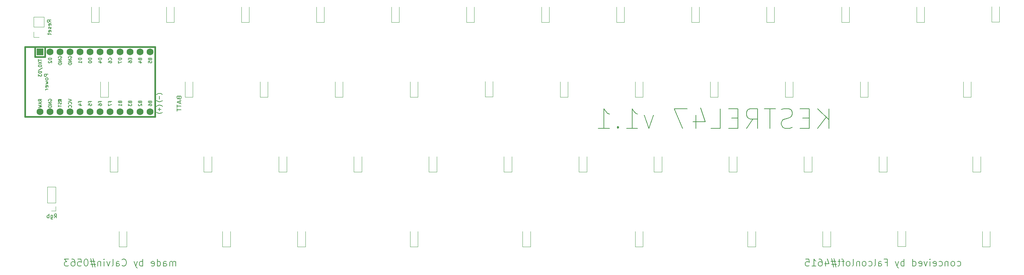
<source format=gbr>
%TF.GenerationSoftware,KiCad,Pcbnew,(6.0.7)*%
%TF.CreationDate,2022-12-27T00:19:56+01:00*%
%TF.ProjectId,Kestrel47,4b657374-7265-46c3-9437-2e6b69636164,rev?*%
%TF.SameCoordinates,Original*%
%TF.FileFunction,Legend,Bot*%
%TF.FilePolarity,Positive*%
%FSLAX46Y46*%
G04 Gerber Fmt 4.6, Leading zero omitted, Abs format (unit mm)*
G04 Created by KiCad (PCBNEW (6.0.7)) date 2022-12-27 00:19:56*
%MOMM*%
%LPD*%
G01*
G04 APERTURE LIST*
%ADD10C,0.150000*%
%ADD11C,0.120000*%
%ADD12C,0.381000*%
%ADD13R,1.752600X1.752600*%
%ADD14C,1.752600*%
G04 APERTURE END LIST*
D10*
X53770833Y-91279166D02*
X53770833Y-90112500D01*
X53770833Y-90279166D02*
X53687500Y-90195833D01*
X53520833Y-90112500D01*
X53270833Y-90112500D01*
X53104166Y-90195833D01*
X53020833Y-90362500D01*
X53020833Y-91279166D01*
X53020833Y-90362500D02*
X52937500Y-90195833D01*
X52770833Y-90112500D01*
X52520833Y-90112500D01*
X52354166Y-90195833D01*
X52270833Y-90362500D01*
X52270833Y-91279166D01*
X50687500Y-91279166D02*
X50687500Y-90362500D01*
X50770833Y-90195833D01*
X50937500Y-90112500D01*
X51270833Y-90112500D01*
X51437500Y-90195833D01*
X50687500Y-91195833D02*
X50854166Y-91279166D01*
X51270833Y-91279166D01*
X51437500Y-91195833D01*
X51520833Y-91029166D01*
X51520833Y-90862500D01*
X51437500Y-90695833D01*
X51270833Y-90612500D01*
X50854166Y-90612500D01*
X50687500Y-90529166D01*
X49104166Y-91279166D02*
X49104166Y-89529166D01*
X49104166Y-91195833D02*
X49270833Y-91279166D01*
X49604166Y-91279166D01*
X49770833Y-91195833D01*
X49854166Y-91112500D01*
X49937500Y-90945833D01*
X49937500Y-90445833D01*
X49854166Y-90279166D01*
X49770833Y-90195833D01*
X49604166Y-90112500D01*
X49270833Y-90112500D01*
X49104166Y-90195833D01*
X47604166Y-91195833D02*
X47770833Y-91279166D01*
X48104166Y-91279166D01*
X48270833Y-91195833D01*
X48354166Y-91029166D01*
X48354166Y-90362500D01*
X48270833Y-90195833D01*
X48104166Y-90112500D01*
X47770833Y-90112500D01*
X47604166Y-90195833D01*
X47520833Y-90362500D01*
X47520833Y-90529166D01*
X48354166Y-90695833D01*
X45437500Y-91279166D02*
X45437500Y-89529166D01*
X45437500Y-90195833D02*
X45270833Y-90112500D01*
X44937500Y-90112500D01*
X44770833Y-90195833D01*
X44687500Y-90279166D01*
X44604166Y-90445833D01*
X44604166Y-90945833D01*
X44687500Y-91112500D01*
X44770833Y-91195833D01*
X44937500Y-91279166D01*
X45270833Y-91279166D01*
X45437500Y-91195833D01*
X44020833Y-90112500D02*
X43604166Y-91279166D01*
X43187500Y-90112500D02*
X43604166Y-91279166D01*
X43770833Y-91695833D01*
X43854166Y-91779166D01*
X44020833Y-91862500D01*
X40187500Y-91112500D02*
X40270833Y-91195833D01*
X40520833Y-91279166D01*
X40687500Y-91279166D01*
X40937500Y-91195833D01*
X41104166Y-91029166D01*
X41187500Y-90862500D01*
X41270833Y-90529166D01*
X41270833Y-90279166D01*
X41187500Y-89945833D01*
X41104166Y-89779166D01*
X40937500Y-89612500D01*
X40687500Y-89529166D01*
X40520833Y-89529166D01*
X40270833Y-89612500D01*
X40187500Y-89695833D01*
X38687500Y-91279166D02*
X38687500Y-90362500D01*
X38770833Y-90195833D01*
X38937500Y-90112500D01*
X39270833Y-90112500D01*
X39437500Y-90195833D01*
X38687500Y-91195833D02*
X38854166Y-91279166D01*
X39270833Y-91279166D01*
X39437500Y-91195833D01*
X39520833Y-91029166D01*
X39520833Y-90862500D01*
X39437500Y-90695833D01*
X39270833Y-90612500D01*
X38854166Y-90612500D01*
X38687500Y-90529166D01*
X37604166Y-91279166D02*
X37770833Y-91195833D01*
X37854166Y-91029166D01*
X37854166Y-89529166D01*
X37104166Y-90112500D02*
X36687500Y-91279166D01*
X36270833Y-90112500D01*
X35604166Y-91279166D02*
X35604166Y-90112500D01*
X35604166Y-89529166D02*
X35687500Y-89612500D01*
X35604166Y-89695833D01*
X35520833Y-89612500D01*
X35604166Y-89529166D01*
X35604166Y-89695833D01*
X34770833Y-90112500D02*
X34770833Y-91279166D01*
X34770833Y-90279166D02*
X34687500Y-90195833D01*
X34520833Y-90112500D01*
X34270833Y-90112500D01*
X34104166Y-90195833D01*
X34020833Y-90362500D01*
X34020833Y-91279166D01*
X33270833Y-90112500D02*
X32020833Y-90112500D01*
X32770833Y-89362500D02*
X33270833Y-91612500D01*
X32187500Y-90862500D02*
X33437500Y-90862500D01*
X32687500Y-91612500D02*
X32187500Y-89362500D01*
X31104166Y-89529166D02*
X30937500Y-89529166D01*
X30770833Y-89612500D01*
X30687500Y-89695833D01*
X30604166Y-89862500D01*
X30520833Y-90195833D01*
X30520833Y-90612500D01*
X30604166Y-90945833D01*
X30687500Y-91112500D01*
X30770833Y-91195833D01*
X30937500Y-91279166D01*
X31104166Y-91279166D01*
X31270833Y-91195833D01*
X31354166Y-91112500D01*
X31437500Y-90945833D01*
X31520833Y-90612500D01*
X31520833Y-90195833D01*
X31437500Y-89862500D01*
X31354166Y-89695833D01*
X31270833Y-89612500D01*
X31104166Y-89529166D01*
X28937500Y-89529166D02*
X29770833Y-89529166D01*
X29854166Y-90362500D01*
X29770833Y-90279166D01*
X29604166Y-90195833D01*
X29187500Y-90195833D01*
X29020833Y-90279166D01*
X28937500Y-90362500D01*
X28854166Y-90529166D01*
X28854166Y-90945833D01*
X28937500Y-91112500D01*
X29020833Y-91195833D01*
X29187500Y-91279166D01*
X29604166Y-91279166D01*
X29770833Y-91195833D01*
X29854166Y-91112500D01*
X27354166Y-89529166D02*
X27687500Y-89529166D01*
X27854166Y-89612500D01*
X27937500Y-89695833D01*
X28104166Y-89945833D01*
X28187500Y-90279166D01*
X28187500Y-90945833D01*
X28104166Y-91112500D01*
X28020833Y-91195833D01*
X27854166Y-91279166D01*
X27520833Y-91279166D01*
X27354166Y-91195833D01*
X27270833Y-91112500D01*
X27187500Y-90945833D01*
X27187500Y-90529166D01*
X27270833Y-90362500D01*
X27354166Y-90279166D01*
X27520833Y-90195833D01*
X27854166Y-90195833D01*
X28020833Y-90279166D01*
X28104166Y-90362500D01*
X28187500Y-90529166D01*
X26604166Y-89529166D02*
X25520833Y-89529166D01*
X26104166Y-90195833D01*
X25854166Y-90195833D01*
X25687500Y-90279166D01*
X25604166Y-90362500D01*
X25520833Y-90529166D01*
X25520833Y-90945833D01*
X25604166Y-91112500D01*
X25687500Y-91195833D01*
X25854166Y-91279166D01*
X26354166Y-91279166D01*
X26520833Y-91195833D01*
X26604166Y-91112500D01*
X22947238Y-79065380D02*
X23280571Y-78589190D01*
X23518666Y-79065380D02*
X23518666Y-78065380D01*
X23137714Y-78065380D01*
X23042476Y-78113000D01*
X22994857Y-78160619D01*
X22947238Y-78255857D01*
X22947238Y-78398714D01*
X22994857Y-78493952D01*
X23042476Y-78541571D01*
X23137714Y-78589190D01*
X23518666Y-78589190D01*
X22090095Y-78398714D02*
X22090095Y-79208238D01*
X22137714Y-79303476D01*
X22185333Y-79351095D01*
X22280571Y-79398714D01*
X22423428Y-79398714D01*
X22518666Y-79351095D01*
X22090095Y-79017761D02*
X22185333Y-79065380D01*
X22375809Y-79065380D01*
X22471047Y-79017761D01*
X22518666Y-78970142D01*
X22566285Y-78874904D01*
X22566285Y-78589190D01*
X22518666Y-78493952D01*
X22471047Y-78446333D01*
X22375809Y-78398714D01*
X22185333Y-78398714D01*
X22090095Y-78446333D01*
X21613904Y-79065380D02*
X21613904Y-78065380D01*
X21613904Y-78446333D02*
X21518666Y-78398714D01*
X21328190Y-78398714D01*
X21232952Y-78446333D01*
X21185333Y-78493952D01*
X21137714Y-78589190D01*
X21137714Y-78874904D01*
X21185333Y-78970142D01*
X21232952Y-79017761D01*
X21328190Y-79065380D01*
X21518666Y-79065380D01*
X21613904Y-79017761D01*
X22169380Y-29241904D02*
X21693190Y-28908571D01*
X22169380Y-28670476D02*
X21169380Y-28670476D01*
X21169380Y-29051428D01*
X21217000Y-29146666D01*
X21264619Y-29194285D01*
X21359857Y-29241904D01*
X21502714Y-29241904D01*
X21597952Y-29194285D01*
X21645571Y-29146666D01*
X21693190Y-29051428D01*
X21693190Y-28670476D01*
X22121761Y-30051428D02*
X22169380Y-29956190D01*
X22169380Y-29765714D01*
X22121761Y-29670476D01*
X22026523Y-29622857D01*
X21645571Y-29622857D01*
X21550333Y-29670476D01*
X21502714Y-29765714D01*
X21502714Y-29956190D01*
X21550333Y-30051428D01*
X21645571Y-30099047D01*
X21740809Y-30099047D01*
X21836047Y-29622857D01*
X22121761Y-30480000D02*
X22169380Y-30575238D01*
X22169380Y-30765714D01*
X22121761Y-30860952D01*
X22026523Y-30908571D01*
X21978904Y-30908571D01*
X21883666Y-30860952D01*
X21836047Y-30765714D01*
X21836047Y-30622857D01*
X21788428Y-30527619D01*
X21693190Y-30480000D01*
X21645571Y-30480000D01*
X21550333Y-30527619D01*
X21502714Y-30622857D01*
X21502714Y-30765714D01*
X21550333Y-30860952D01*
X22121761Y-31718095D02*
X22169380Y-31622857D01*
X22169380Y-31432380D01*
X22121761Y-31337142D01*
X22026523Y-31289523D01*
X21645571Y-31289523D01*
X21550333Y-31337142D01*
X21502714Y-31432380D01*
X21502714Y-31622857D01*
X21550333Y-31718095D01*
X21645571Y-31765714D01*
X21740809Y-31765714D01*
X21836047Y-31289523D01*
X21502714Y-32051428D02*
X21502714Y-32432380D01*
X21169380Y-32194285D02*
X22026523Y-32194285D01*
X22121761Y-32241904D01*
X22169380Y-32337142D01*
X22169380Y-32432380D01*
X252237500Y-91195833D02*
X252404166Y-91279166D01*
X252737500Y-91279166D01*
X252904166Y-91195833D01*
X252987500Y-91112500D01*
X253070833Y-90945833D01*
X253070833Y-90445833D01*
X252987500Y-90279166D01*
X252904166Y-90195833D01*
X252737500Y-90112500D01*
X252404166Y-90112500D01*
X252237500Y-90195833D01*
X251237500Y-91279166D02*
X251404166Y-91195833D01*
X251487500Y-91112500D01*
X251570833Y-90945833D01*
X251570833Y-90445833D01*
X251487500Y-90279166D01*
X251404166Y-90195833D01*
X251237500Y-90112500D01*
X250987500Y-90112500D01*
X250820833Y-90195833D01*
X250737500Y-90279166D01*
X250654166Y-90445833D01*
X250654166Y-90945833D01*
X250737500Y-91112500D01*
X250820833Y-91195833D01*
X250987500Y-91279166D01*
X251237500Y-91279166D01*
X249904166Y-90112500D02*
X249904166Y-91279166D01*
X249904166Y-90279166D02*
X249820833Y-90195833D01*
X249654166Y-90112500D01*
X249404166Y-90112500D01*
X249237500Y-90195833D01*
X249154166Y-90362500D01*
X249154166Y-91279166D01*
X247570833Y-91195833D02*
X247737500Y-91279166D01*
X248070833Y-91279166D01*
X248237500Y-91195833D01*
X248320833Y-91112500D01*
X248404166Y-90945833D01*
X248404166Y-90445833D01*
X248320833Y-90279166D01*
X248237500Y-90195833D01*
X248070833Y-90112500D01*
X247737500Y-90112500D01*
X247570833Y-90195833D01*
X246154166Y-91195833D02*
X246320833Y-91279166D01*
X246654166Y-91279166D01*
X246820833Y-91195833D01*
X246904166Y-91029166D01*
X246904166Y-90362500D01*
X246820833Y-90195833D01*
X246654166Y-90112500D01*
X246320833Y-90112500D01*
X246154166Y-90195833D01*
X246070833Y-90362500D01*
X246070833Y-90529166D01*
X246904166Y-90695833D01*
X245320833Y-91279166D02*
X245320833Y-90112500D01*
X245320833Y-89529166D02*
X245404166Y-89612500D01*
X245320833Y-89695833D01*
X245237500Y-89612500D01*
X245320833Y-89529166D01*
X245320833Y-89695833D01*
X244654166Y-90112500D02*
X244237500Y-91279166D01*
X243820833Y-90112500D01*
X242487500Y-91195833D02*
X242654166Y-91279166D01*
X242987500Y-91279166D01*
X243154166Y-91195833D01*
X243237500Y-91029166D01*
X243237500Y-90362500D01*
X243154166Y-90195833D01*
X242987500Y-90112500D01*
X242654166Y-90112500D01*
X242487500Y-90195833D01*
X242404166Y-90362500D01*
X242404166Y-90529166D01*
X243237500Y-90695833D01*
X240904166Y-91279166D02*
X240904166Y-89529166D01*
X240904166Y-91195833D02*
X241070833Y-91279166D01*
X241404166Y-91279166D01*
X241570833Y-91195833D01*
X241654166Y-91112500D01*
X241737500Y-90945833D01*
X241737500Y-90445833D01*
X241654166Y-90279166D01*
X241570833Y-90195833D01*
X241404166Y-90112500D01*
X241070833Y-90112500D01*
X240904166Y-90195833D01*
X238737500Y-91279166D02*
X238737500Y-89529166D01*
X238737500Y-90195833D02*
X238570833Y-90112500D01*
X238237500Y-90112500D01*
X238070833Y-90195833D01*
X237987500Y-90279166D01*
X237904166Y-90445833D01*
X237904166Y-90945833D01*
X237987500Y-91112500D01*
X238070833Y-91195833D01*
X238237500Y-91279166D01*
X238570833Y-91279166D01*
X238737500Y-91195833D01*
X237320833Y-90112500D02*
X236904166Y-91279166D01*
X236487500Y-90112500D02*
X236904166Y-91279166D01*
X237070833Y-91695833D01*
X237154166Y-91779166D01*
X237320833Y-91862500D01*
X233904166Y-90362500D02*
X234487500Y-90362500D01*
X234487500Y-91279166D02*
X234487500Y-89529166D01*
X233654166Y-89529166D01*
X232237500Y-91279166D02*
X232237500Y-90362500D01*
X232320833Y-90195833D01*
X232487500Y-90112500D01*
X232820833Y-90112500D01*
X232987500Y-90195833D01*
X232237500Y-91195833D02*
X232404166Y-91279166D01*
X232820833Y-91279166D01*
X232987500Y-91195833D01*
X233070833Y-91029166D01*
X233070833Y-90862500D01*
X232987500Y-90695833D01*
X232820833Y-90612500D01*
X232404166Y-90612500D01*
X232237500Y-90529166D01*
X231154166Y-91279166D02*
X231320833Y-91195833D01*
X231404166Y-91029166D01*
X231404166Y-89529166D01*
X229737500Y-91195833D02*
X229904166Y-91279166D01*
X230237500Y-91279166D01*
X230404166Y-91195833D01*
X230487500Y-91112500D01*
X230570833Y-90945833D01*
X230570833Y-90445833D01*
X230487500Y-90279166D01*
X230404166Y-90195833D01*
X230237500Y-90112500D01*
X229904166Y-90112500D01*
X229737500Y-90195833D01*
X228737500Y-91279166D02*
X228904166Y-91195833D01*
X228987500Y-91112500D01*
X229070833Y-90945833D01*
X229070833Y-90445833D01*
X228987500Y-90279166D01*
X228904166Y-90195833D01*
X228737500Y-90112500D01*
X228487500Y-90112500D01*
X228320833Y-90195833D01*
X228237500Y-90279166D01*
X228154166Y-90445833D01*
X228154166Y-90945833D01*
X228237500Y-91112500D01*
X228320833Y-91195833D01*
X228487500Y-91279166D01*
X228737500Y-91279166D01*
X227404166Y-90112500D02*
X227404166Y-91279166D01*
X227404166Y-90279166D02*
X227320833Y-90195833D01*
X227154166Y-90112500D01*
X226904166Y-90112500D01*
X226737500Y-90195833D01*
X226654166Y-90362500D01*
X226654166Y-91279166D01*
X225570833Y-91279166D02*
X225737500Y-91195833D01*
X225820833Y-91029166D01*
X225820833Y-89529166D01*
X224654166Y-91279166D02*
X224820833Y-91195833D01*
X224904166Y-91112500D01*
X224987500Y-90945833D01*
X224987500Y-90445833D01*
X224904166Y-90279166D01*
X224820833Y-90195833D01*
X224654166Y-90112500D01*
X224404166Y-90112500D01*
X224237500Y-90195833D01*
X224154166Y-90279166D01*
X224070833Y-90445833D01*
X224070833Y-90945833D01*
X224154166Y-91112500D01*
X224237500Y-91195833D01*
X224404166Y-91279166D01*
X224654166Y-91279166D01*
X223570833Y-90112500D02*
X222904166Y-90112500D01*
X223320833Y-91279166D02*
X223320833Y-89779166D01*
X223237500Y-89612500D01*
X223070833Y-89529166D01*
X222904166Y-89529166D01*
X222570833Y-90112500D02*
X221904166Y-90112500D01*
X222320833Y-89529166D02*
X222320833Y-91029166D01*
X222237500Y-91195833D01*
X222070833Y-91279166D01*
X221904166Y-91279166D01*
X221404166Y-90112500D02*
X220154166Y-90112500D01*
X220904166Y-89362500D02*
X221404166Y-91612500D01*
X220320833Y-90862500D02*
X221570833Y-90862500D01*
X220820833Y-91612500D02*
X220320833Y-89362500D01*
X218820833Y-90112500D02*
X218820833Y-91279166D01*
X219237500Y-89445833D02*
X219654166Y-90695833D01*
X218570833Y-90695833D01*
X217154166Y-89529166D02*
X217487500Y-89529166D01*
X217654166Y-89612500D01*
X217737500Y-89695833D01*
X217904166Y-89945833D01*
X217987500Y-90279166D01*
X217987500Y-90945833D01*
X217904166Y-91112500D01*
X217820833Y-91195833D01*
X217654166Y-91279166D01*
X217320833Y-91279166D01*
X217154166Y-91195833D01*
X217070833Y-91112500D01*
X216987500Y-90945833D01*
X216987500Y-90529166D01*
X217070833Y-90362500D01*
X217154166Y-90279166D01*
X217320833Y-90195833D01*
X217654166Y-90195833D01*
X217820833Y-90279166D01*
X217904166Y-90362500D01*
X217987500Y-90529166D01*
X215320833Y-91279166D02*
X216320833Y-91279166D01*
X215820833Y-91279166D02*
X215820833Y-89529166D01*
X215987500Y-89779166D01*
X216154166Y-89945833D01*
X216320833Y-90029166D01*
X213737500Y-89529166D02*
X214570833Y-89529166D01*
X214654166Y-90362500D01*
X214570833Y-90279166D01*
X214404166Y-90195833D01*
X213987500Y-90195833D01*
X213820833Y-90279166D01*
X213737500Y-90362500D01*
X213654166Y-90529166D01*
X213654166Y-90945833D01*
X213737500Y-91112500D01*
X213820833Y-91195833D01*
X213987500Y-91279166D01*
X214404166Y-91279166D01*
X214570833Y-91195833D01*
X214654166Y-91112500D01*
X21407380Y-42473809D02*
X20407380Y-42473809D01*
X20407380Y-42854761D01*
X20455000Y-42950000D01*
X20502619Y-42997619D01*
X20597857Y-43045238D01*
X20740714Y-43045238D01*
X20835952Y-42997619D01*
X20883571Y-42950000D01*
X20931190Y-42854761D01*
X20931190Y-42473809D01*
X21407380Y-43616666D02*
X21359761Y-43521428D01*
X21312142Y-43473809D01*
X21216904Y-43426190D01*
X20931190Y-43426190D01*
X20835952Y-43473809D01*
X20788333Y-43521428D01*
X20740714Y-43616666D01*
X20740714Y-43759523D01*
X20788333Y-43854761D01*
X20835952Y-43902380D01*
X20931190Y-43950000D01*
X21216904Y-43950000D01*
X21312142Y-43902380D01*
X21359761Y-43854761D01*
X21407380Y-43759523D01*
X21407380Y-43616666D01*
X20740714Y-44283333D02*
X21407380Y-44473809D01*
X20931190Y-44664285D01*
X21407380Y-44854761D01*
X20740714Y-45045238D01*
X21359761Y-45807142D02*
X21407380Y-45711904D01*
X21407380Y-45521428D01*
X21359761Y-45426190D01*
X21264523Y-45378571D01*
X20883571Y-45378571D01*
X20788333Y-45426190D01*
X20740714Y-45521428D01*
X20740714Y-45711904D01*
X20788333Y-45807142D01*
X20883571Y-45854761D01*
X20978809Y-45854761D01*
X21074047Y-45378571D01*
X21407380Y-46283333D02*
X20740714Y-46283333D01*
X20931190Y-46283333D02*
X20835952Y-46330952D01*
X20788333Y-46378571D01*
X20740714Y-46473809D01*
X20740714Y-46569047D01*
X219666666Y-56236904D02*
X219666666Y-51236904D01*
X216809523Y-56236904D02*
X218952380Y-53379761D01*
X216809523Y-51236904D02*
X219666666Y-54094047D01*
X214666666Y-53617857D02*
X213000000Y-53617857D01*
X212285714Y-56236904D02*
X214666666Y-56236904D01*
X214666666Y-51236904D01*
X212285714Y-51236904D01*
X210380952Y-55998809D02*
X209666666Y-56236904D01*
X208476190Y-56236904D01*
X208000000Y-55998809D01*
X207761904Y-55760714D01*
X207523809Y-55284523D01*
X207523809Y-54808333D01*
X207761904Y-54332142D01*
X208000000Y-54094047D01*
X208476190Y-53855952D01*
X209428571Y-53617857D01*
X209904761Y-53379761D01*
X210142857Y-53141666D01*
X210380952Y-52665476D01*
X210380952Y-52189285D01*
X210142857Y-51713095D01*
X209904761Y-51475000D01*
X209428571Y-51236904D01*
X208238095Y-51236904D01*
X207523809Y-51475000D01*
X206095238Y-51236904D02*
X203238095Y-51236904D01*
X204666666Y-56236904D02*
X204666666Y-51236904D01*
X198714285Y-56236904D02*
X200380952Y-53855952D01*
X201571428Y-56236904D02*
X201571428Y-51236904D01*
X199666666Y-51236904D01*
X199190476Y-51475000D01*
X198952380Y-51713095D01*
X198714285Y-52189285D01*
X198714285Y-52903571D01*
X198952380Y-53379761D01*
X199190476Y-53617857D01*
X199666666Y-53855952D01*
X201571428Y-53855952D01*
X196571428Y-53617857D02*
X194904761Y-53617857D01*
X194190476Y-56236904D02*
X196571428Y-56236904D01*
X196571428Y-51236904D01*
X194190476Y-51236904D01*
X189666666Y-56236904D02*
X192047619Y-56236904D01*
X192047619Y-51236904D01*
X185857142Y-52903571D02*
X185857142Y-56236904D01*
X187047619Y-50998809D02*
X188238095Y-54570238D01*
X185142857Y-54570238D01*
X183714285Y-51236904D02*
X180380952Y-51236904D01*
X182523809Y-56236904D01*
X175142857Y-52903571D02*
X173952380Y-56236904D01*
X172761904Y-52903571D01*
X168238095Y-56236904D02*
X171095238Y-56236904D01*
X169666666Y-56236904D02*
X169666666Y-51236904D01*
X170142857Y-51951190D01*
X170619047Y-52427380D01*
X171095238Y-52665476D01*
X166095238Y-55760714D02*
X165857142Y-55998809D01*
X166095238Y-56236904D01*
X166333333Y-55998809D01*
X166095238Y-55760714D01*
X166095238Y-56236904D01*
X161095238Y-56236904D02*
X163952380Y-56236904D01*
X162523809Y-56236904D02*
X162523809Y-51236904D01*
X163000000Y-51951190D01*
X163476190Y-52427380D01*
X163952380Y-52665476D01*
%TO.C,U1*%
X32010357Y-49644333D02*
X32010357Y-49377666D01*
X32429404Y-49377666D02*
X31629404Y-49377666D01*
X31629404Y-49758619D01*
X31629404Y-50444333D02*
X31629404Y-50063380D01*
X32010357Y-50025285D01*
X31972261Y-50063380D01*
X31934166Y-50139571D01*
X31934166Y-50330047D01*
X31972261Y-50406238D01*
X32010357Y-50444333D01*
X32086547Y-50482428D01*
X32277023Y-50482428D01*
X32353214Y-50444333D01*
X32391309Y-50406238D01*
X32429404Y-50330047D01*
X32429404Y-50139571D01*
X32391309Y-50063380D01*
X32353214Y-50025285D01*
X37433214Y-38855666D02*
X37471309Y-38817571D01*
X37509404Y-38703285D01*
X37509404Y-38627095D01*
X37471309Y-38512809D01*
X37395119Y-38436619D01*
X37318928Y-38398523D01*
X37166547Y-38360428D01*
X37052261Y-38360428D01*
X36899880Y-38398523D01*
X36823690Y-38436619D01*
X36747500Y-38512809D01*
X36709404Y-38627095D01*
X36709404Y-38703285D01*
X36747500Y-38817571D01*
X36785595Y-38855666D01*
X36709404Y-39541380D02*
X36709404Y-39389000D01*
X36747500Y-39312809D01*
X36785595Y-39274714D01*
X36899880Y-39198523D01*
X37052261Y-39160428D01*
X37357023Y-39160428D01*
X37433214Y-39198523D01*
X37471309Y-39236619D01*
X37509404Y-39312809D01*
X37509404Y-39465190D01*
X37471309Y-39541380D01*
X37433214Y-39579476D01*
X37357023Y-39617571D01*
X37166547Y-39617571D01*
X37090357Y-39579476D01*
X37052261Y-39541380D01*
X37014166Y-39465190D01*
X37014166Y-39312809D01*
X37052261Y-39236619D01*
X37090357Y-39198523D01*
X37166547Y-39160428D01*
X29889404Y-38398523D02*
X29089404Y-38398523D01*
X29089404Y-38589000D01*
X29127500Y-38703285D01*
X29203690Y-38779476D01*
X29279880Y-38817571D01*
X29432261Y-38855666D01*
X29546547Y-38855666D01*
X29698928Y-38817571D01*
X29775119Y-38779476D01*
X29851309Y-38703285D01*
X29889404Y-38589000D01*
X29889404Y-38398523D01*
X29889404Y-39617571D02*
X29889404Y-39160428D01*
X29889404Y-39389000D02*
X29089404Y-39389000D01*
X29203690Y-39312809D01*
X29279880Y-39236619D01*
X29317976Y-39160428D01*
X42170357Y-38436619D02*
X42170357Y-38703285D01*
X42589404Y-38817571D02*
X42589404Y-38436619D01*
X41789404Y-38436619D01*
X41789404Y-38817571D01*
X41789404Y-39503285D02*
X41789404Y-39350904D01*
X41827500Y-39274714D01*
X41865595Y-39236619D01*
X41979880Y-39160428D01*
X42132261Y-39122333D01*
X42437023Y-39122333D01*
X42513214Y-39160428D01*
X42551309Y-39198523D01*
X42589404Y-39274714D01*
X42589404Y-39427095D01*
X42551309Y-39503285D01*
X42513214Y-39541380D01*
X42437023Y-39579476D01*
X42246547Y-39579476D01*
X42170357Y-39541380D01*
X42132261Y-39503285D01*
X42094166Y-39427095D01*
X42094166Y-39274714D01*
X42132261Y-39198523D01*
X42170357Y-39160428D01*
X42246547Y-39122333D01*
X22269404Y-38398523D02*
X21469404Y-38398523D01*
X21469404Y-38589000D01*
X21507500Y-38703285D01*
X21583690Y-38779476D01*
X21659880Y-38817571D01*
X21812261Y-38855666D01*
X21926547Y-38855666D01*
X22078928Y-38817571D01*
X22155119Y-38779476D01*
X22231309Y-38703285D01*
X22269404Y-38589000D01*
X22269404Y-38398523D01*
X21545595Y-39160428D02*
X21507500Y-39198523D01*
X21469404Y-39274714D01*
X21469404Y-39465190D01*
X21507500Y-39541380D01*
X21545595Y-39579476D01*
X21621785Y-39617571D01*
X21697976Y-39617571D01*
X21812261Y-39579476D01*
X22269404Y-39122333D01*
X22269404Y-39617571D01*
X44710357Y-38665190D02*
X44748452Y-38779476D01*
X44786547Y-38817571D01*
X44862738Y-38855666D01*
X44977023Y-38855666D01*
X45053214Y-38817571D01*
X45091309Y-38779476D01*
X45129404Y-38703285D01*
X45129404Y-38398523D01*
X44329404Y-38398523D01*
X44329404Y-38665190D01*
X44367500Y-38741380D01*
X44405595Y-38779476D01*
X44481785Y-38817571D01*
X44557976Y-38817571D01*
X44634166Y-38779476D01*
X44672261Y-38741380D01*
X44710357Y-38665190D01*
X44710357Y-38398523D01*
X44596071Y-39541380D02*
X45129404Y-39541380D01*
X44291309Y-39350904D02*
X44862738Y-39160428D01*
X44862738Y-39655666D01*
X34969404Y-38398523D02*
X34169404Y-38398523D01*
X34169404Y-38589000D01*
X34207500Y-38703285D01*
X34283690Y-38779476D01*
X34359880Y-38817571D01*
X34512261Y-38855666D01*
X34626547Y-38855666D01*
X34778928Y-38817571D01*
X34855119Y-38779476D01*
X34931309Y-38703285D01*
X34969404Y-38589000D01*
X34969404Y-38398523D01*
X34436071Y-39541380D02*
X34969404Y-39541380D01*
X34131309Y-39350904D02*
X34702738Y-39160428D01*
X34702738Y-39655666D01*
X24047500Y-38379476D02*
X24009404Y-38303285D01*
X24009404Y-38189000D01*
X24047500Y-38074714D01*
X24123690Y-37998523D01*
X24199880Y-37960428D01*
X24352261Y-37922333D01*
X24466547Y-37922333D01*
X24618928Y-37960428D01*
X24695119Y-37998523D01*
X24771309Y-38074714D01*
X24809404Y-38189000D01*
X24809404Y-38265190D01*
X24771309Y-38379476D01*
X24733214Y-38417571D01*
X24466547Y-38417571D01*
X24466547Y-38265190D01*
X24809404Y-38760428D02*
X24009404Y-38760428D01*
X24809404Y-39217571D01*
X24009404Y-39217571D01*
X24809404Y-39598523D02*
X24009404Y-39598523D01*
X24009404Y-39789000D01*
X24047500Y-39903285D01*
X24123690Y-39979476D01*
X24199880Y-40017571D01*
X24352261Y-40055666D01*
X24466547Y-40055666D01*
X24618928Y-40017571D01*
X24695119Y-39979476D01*
X24771309Y-39903285D01*
X24809404Y-39789000D01*
X24809404Y-39598523D01*
X29470357Y-49644333D02*
X29470357Y-49377666D01*
X29889404Y-49377666D02*
X29089404Y-49377666D01*
X29089404Y-49758619D01*
X29356071Y-50406238D02*
X29889404Y-50406238D01*
X29051309Y-50215761D02*
X29622738Y-50025285D01*
X29622738Y-50520523D01*
X47250357Y-38665190D02*
X47288452Y-38779476D01*
X47326547Y-38817571D01*
X47402738Y-38855666D01*
X47517023Y-38855666D01*
X47593214Y-38817571D01*
X47631309Y-38779476D01*
X47669404Y-38703285D01*
X47669404Y-38398523D01*
X46869404Y-38398523D01*
X46869404Y-38665190D01*
X46907500Y-38741380D01*
X46945595Y-38779476D01*
X47021785Y-38817571D01*
X47097976Y-38817571D01*
X47174166Y-38779476D01*
X47212261Y-38741380D01*
X47250357Y-38665190D01*
X47250357Y-38398523D01*
X46869404Y-39579476D02*
X46869404Y-39198523D01*
X47250357Y-39160428D01*
X47212261Y-39198523D01*
X47174166Y-39274714D01*
X47174166Y-39465190D01*
X47212261Y-39541380D01*
X47250357Y-39579476D01*
X47326547Y-39617571D01*
X47517023Y-39617571D01*
X47593214Y-39579476D01*
X47631309Y-39541380D01*
X47669404Y-39465190D01*
X47669404Y-39274714D01*
X47631309Y-39198523D01*
X47593214Y-39160428D01*
X24741309Y-49649786D02*
X24779404Y-49764072D01*
X24779404Y-49954548D01*
X24741309Y-50030739D01*
X24703214Y-50068834D01*
X24627023Y-50106929D01*
X24550833Y-50106929D01*
X24474642Y-50068834D01*
X24436547Y-50030739D01*
X24398452Y-49954548D01*
X24360357Y-49802167D01*
X24322261Y-49725977D01*
X24284166Y-49687881D01*
X24207976Y-49649786D01*
X24131785Y-49649786D01*
X24055595Y-49687881D01*
X24017500Y-49725977D01*
X23979404Y-49802167D01*
X23979404Y-49992643D01*
X24017500Y-50106929D01*
X23979404Y-50335500D02*
X23979404Y-50792643D01*
X24779404Y-50564072D02*
X23979404Y-50564072D01*
X34550357Y-49644333D02*
X34550357Y-49377666D01*
X34969404Y-49377666D02*
X34169404Y-49377666D01*
X34169404Y-49758619D01*
X34169404Y-50406238D02*
X34169404Y-50253857D01*
X34207500Y-50177666D01*
X34245595Y-50139571D01*
X34359880Y-50063380D01*
X34512261Y-50025285D01*
X34817023Y-50025285D01*
X34893214Y-50063380D01*
X34931309Y-50101476D01*
X34969404Y-50177666D01*
X34969404Y-50330047D01*
X34931309Y-50406238D01*
X34893214Y-50444333D01*
X34817023Y-50482428D01*
X34626547Y-50482428D01*
X34550357Y-50444333D01*
X34512261Y-50406238D01*
X34474166Y-50330047D01*
X34474166Y-50177666D01*
X34512261Y-50101476D01*
X34550357Y-50063380D01*
X34626547Y-50025285D01*
X40049404Y-38398523D02*
X39249404Y-38398523D01*
X39249404Y-38589000D01*
X39287500Y-38703285D01*
X39363690Y-38779476D01*
X39439880Y-38817571D01*
X39592261Y-38855666D01*
X39706547Y-38855666D01*
X39858928Y-38817571D01*
X39935119Y-38779476D01*
X40011309Y-38703285D01*
X40049404Y-38589000D01*
X40049404Y-38398523D01*
X39249404Y-39122333D02*
X39249404Y-39655666D01*
X40049404Y-39312809D01*
X26587500Y-38379476D02*
X26549404Y-38303285D01*
X26549404Y-38189000D01*
X26587500Y-38074714D01*
X26663690Y-37998523D01*
X26739880Y-37960428D01*
X26892261Y-37922333D01*
X27006547Y-37922333D01*
X27158928Y-37960428D01*
X27235119Y-37998523D01*
X27311309Y-38074714D01*
X27349404Y-38189000D01*
X27349404Y-38265190D01*
X27311309Y-38379476D01*
X27273214Y-38417571D01*
X27006547Y-38417571D01*
X27006547Y-38265190D01*
X27349404Y-38760428D02*
X26549404Y-38760428D01*
X27349404Y-39217571D01*
X26549404Y-39217571D01*
X27349404Y-39598523D02*
X26549404Y-39598523D01*
X26549404Y-39789000D01*
X26587500Y-39903285D01*
X26663690Y-39979476D01*
X26739880Y-40017571D01*
X26892261Y-40055666D01*
X27006547Y-40055666D01*
X27158928Y-40017571D01*
X27235119Y-39979476D01*
X27311309Y-39903285D01*
X27349404Y-39789000D01*
X27349404Y-39598523D01*
X21507500Y-49301476D02*
X21469404Y-49225285D01*
X21469404Y-49111000D01*
X21507500Y-48996714D01*
X21583690Y-48920523D01*
X21659880Y-48882428D01*
X21812261Y-48844333D01*
X21926547Y-48844333D01*
X22078928Y-48882428D01*
X22155119Y-48920523D01*
X22231309Y-48996714D01*
X22269404Y-49111000D01*
X22269404Y-49187190D01*
X22231309Y-49301476D01*
X22193214Y-49339571D01*
X21926547Y-49339571D01*
X21926547Y-49187190D01*
X22269404Y-49682428D02*
X21469404Y-49682428D01*
X22269404Y-50139571D01*
X21469404Y-50139571D01*
X22269404Y-50520523D02*
X21469404Y-50520523D01*
X21469404Y-50711000D01*
X21507500Y-50825285D01*
X21583690Y-50901476D01*
X21659880Y-50939571D01*
X21812261Y-50977666D01*
X21926547Y-50977666D01*
X22078928Y-50939571D01*
X22155119Y-50901476D01*
X22231309Y-50825285D01*
X22269404Y-50711000D01*
X22269404Y-50520523D01*
X44710357Y-49587190D02*
X44748452Y-49701476D01*
X44786547Y-49739571D01*
X44862738Y-49777666D01*
X44977023Y-49777666D01*
X45053214Y-49739571D01*
X45091309Y-49701476D01*
X45129404Y-49625285D01*
X45129404Y-49320523D01*
X44329404Y-49320523D01*
X44329404Y-49587190D01*
X44367500Y-49663380D01*
X44405595Y-49701476D01*
X44481785Y-49739571D01*
X44557976Y-49739571D01*
X44634166Y-49701476D01*
X44672261Y-49663380D01*
X44710357Y-49587190D01*
X44710357Y-49320523D01*
X44405595Y-50082428D02*
X44367500Y-50120523D01*
X44329404Y-50196714D01*
X44329404Y-50387190D01*
X44367500Y-50463380D01*
X44405595Y-50501476D01*
X44481785Y-50539571D01*
X44557976Y-50539571D01*
X44672261Y-50501476D01*
X45129404Y-50044333D01*
X45129404Y-50539571D01*
X19729404Y-49358619D02*
X19348452Y-49091952D01*
X19729404Y-48901476D02*
X18929404Y-48901476D01*
X18929404Y-49206238D01*
X18967500Y-49282428D01*
X19005595Y-49320523D01*
X19081785Y-49358619D01*
X19196071Y-49358619D01*
X19272261Y-49320523D01*
X19310357Y-49282428D01*
X19348452Y-49206238D01*
X19348452Y-48901476D01*
X19500833Y-49663380D02*
X19500833Y-50044333D01*
X19729404Y-49587190D02*
X18929404Y-49853857D01*
X19729404Y-50120523D01*
X18929404Y-50311000D02*
X19729404Y-50501476D01*
X19157976Y-50653857D01*
X19729404Y-50806238D01*
X18929404Y-50996714D01*
X18929404Y-38687651D02*
X18929404Y-39144794D01*
X19729404Y-38916223D02*
X18929404Y-38916223D01*
X18929404Y-39335270D02*
X19729404Y-39868604D01*
X18929404Y-39868604D02*
X19729404Y-39335270D01*
X18929404Y-40325747D02*
X18929404Y-40401937D01*
X18967500Y-40478128D01*
X19005595Y-40516223D01*
X19081785Y-40554318D01*
X19234166Y-40592413D01*
X19424642Y-40592413D01*
X19577023Y-40554318D01*
X19653214Y-40516223D01*
X19691309Y-40478128D01*
X19729404Y-40401937D01*
X19729404Y-40325747D01*
X19691309Y-40249556D01*
X19653214Y-40211461D01*
X19577023Y-40173366D01*
X19424642Y-40135270D01*
X19234166Y-40135270D01*
X19081785Y-40173366D01*
X19005595Y-40211461D01*
X18967500Y-40249556D01*
X18929404Y-40325747D01*
X18891309Y-41506699D02*
X19919880Y-40820985D01*
X19729404Y-41773366D02*
X18929404Y-41773366D01*
X18929404Y-41963842D01*
X18967500Y-42078128D01*
X19043690Y-42154318D01*
X19119880Y-42192413D01*
X19272261Y-42230508D01*
X19386547Y-42230508D01*
X19538928Y-42192413D01*
X19615119Y-42154318D01*
X19691309Y-42078128D01*
X19729404Y-41963842D01*
X19729404Y-41773366D01*
X18929404Y-42497175D02*
X18929404Y-42992413D01*
X19234166Y-42725747D01*
X19234166Y-42840032D01*
X19272261Y-42916223D01*
X19310357Y-42954318D01*
X19386547Y-42992413D01*
X19577023Y-42992413D01*
X19653214Y-42954318D01*
X19691309Y-42916223D01*
X19729404Y-42840032D01*
X19729404Y-42611461D01*
X19691309Y-42535270D01*
X19653214Y-42497175D01*
X37090357Y-49644333D02*
X37090357Y-49377666D01*
X37509404Y-49377666D02*
X36709404Y-49377666D01*
X36709404Y-49758619D01*
X36709404Y-49987190D02*
X36709404Y-50520523D01*
X37509404Y-50177666D01*
X39630357Y-49587190D02*
X39668452Y-49701476D01*
X39706547Y-49739571D01*
X39782738Y-49777666D01*
X39897023Y-49777666D01*
X39973214Y-49739571D01*
X40011309Y-49701476D01*
X40049404Y-49625285D01*
X40049404Y-49320523D01*
X39249404Y-49320523D01*
X39249404Y-49587190D01*
X39287500Y-49663380D01*
X39325595Y-49701476D01*
X39401785Y-49739571D01*
X39477976Y-49739571D01*
X39554166Y-49701476D01*
X39592261Y-49663380D01*
X39630357Y-49587190D01*
X39630357Y-49320523D01*
X40049404Y-50539571D02*
X40049404Y-50082428D01*
X40049404Y-50311000D02*
X39249404Y-50311000D01*
X39363690Y-50234809D01*
X39439880Y-50158619D01*
X39477976Y-50082428D01*
X32429404Y-38398523D02*
X31629404Y-38398523D01*
X31629404Y-38589000D01*
X31667500Y-38703285D01*
X31743690Y-38779476D01*
X31819880Y-38817571D01*
X31972261Y-38855666D01*
X32086547Y-38855666D01*
X32238928Y-38817571D01*
X32315119Y-38779476D01*
X32391309Y-38703285D01*
X32429404Y-38589000D01*
X32429404Y-38398523D01*
X31629404Y-39350904D02*
X31629404Y-39427095D01*
X31667500Y-39503285D01*
X31705595Y-39541380D01*
X31781785Y-39579476D01*
X31934166Y-39617571D01*
X32124642Y-39617571D01*
X32277023Y-39579476D01*
X32353214Y-39541380D01*
X32391309Y-39503285D01*
X32429404Y-39427095D01*
X32429404Y-39350904D01*
X32391309Y-39274714D01*
X32353214Y-39236619D01*
X32277023Y-39198523D01*
X32124642Y-39160428D01*
X31934166Y-39160428D01*
X31781785Y-39198523D01*
X31705595Y-39236619D01*
X31667500Y-39274714D01*
X31629404Y-39350904D01*
X26549404Y-48844333D02*
X27349404Y-49111000D01*
X26549404Y-49377666D01*
X27273214Y-50101476D02*
X27311309Y-50063380D01*
X27349404Y-49949095D01*
X27349404Y-49872904D01*
X27311309Y-49758619D01*
X27235119Y-49682428D01*
X27158928Y-49644333D01*
X27006547Y-49606238D01*
X26892261Y-49606238D01*
X26739880Y-49644333D01*
X26663690Y-49682428D01*
X26587500Y-49758619D01*
X26549404Y-49872904D01*
X26549404Y-49949095D01*
X26587500Y-50063380D01*
X26625595Y-50101476D01*
X27273214Y-50901476D02*
X27311309Y-50863380D01*
X27349404Y-50749095D01*
X27349404Y-50672904D01*
X27311309Y-50558619D01*
X27235119Y-50482428D01*
X27158928Y-50444333D01*
X27006547Y-50406238D01*
X26892261Y-50406238D01*
X26739880Y-50444333D01*
X26663690Y-50482428D01*
X26587500Y-50558619D01*
X26549404Y-50672904D01*
X26549404Y-50749095D01*
X26587500Y-50863380D01*
X26625595Y-50901476D01*
X47250357Y-49587190D02*
X47288452Y-49701476D01*
X47326547Y-49739571D01*
X47402738Y-49777666D01*
X47517023Y-49777666D01*
X47593214Y-49739571D01*
X47631309Y-49701476D01*
X47669404Y-49625285D01*
X47669404Y-49320523D01*
X46869404Y-49320523D01*
X46869404Y-49587190D01*
X46907500Y-49663380D01*
X46945595Y-49701476D01*
X47021785Y-49739571D01*
X47097976Y-49739571D01*
X47174166Y-49701476D01*
X47212261Y-49663380D01*
X47250357Y-49587190D01*
X47250357Y-49320523D01*
X46869404Y-50463380D02*
X46869404Y-50311000D01*
X46907500Y-50234809D01*
X46945595Y-50196714D01*
X47059880Y-50120523D01*
X47212261Y-50082428D01*
X47517023Y-50082428D01*
X47593214Y-50120523D01*
X47631309Y-50158619D01*
X47669404Y-50234809D01*
X47669404Y-50387190D01*
X47631309Y-50463380D01*
X47593214Y-50501476D01*
X47517023Y-50539571D01*
X47326547Y-50539571D01*
X47250357Y-50501476D01*
X47212261Y-50463380D01*
X47174166Y-50387190D01*
X47174166Y-50234809D01*
X47212261Y-50158619D01*
X47250357Y-50120523D01*
X47326547Y-50082428D01*
X42170357Y-49587190D02*
X42208452Y-49701476D01*
X42246547Y-49739571D01*
X42322738Y-49777666D01*
X42437023Y-49777666D01*
X42513214Y-49739571D01*
X42551309Y-49701476D01*
X42589404Y-49625285D01*
X42589404Y-49320523D01*
X41789404Y-49320523D01*
X41789404Y-49587190D01*
X41827500Y-49663380D01*
X41865595Y-49701476D01*
X41941785Y-49739571D01*
X42017976Y-49739571D01*
X42094166Y-49701476D01*
X42132261Y-49663380D01*
X42170357Y-49587190D01*
X42170357Y-49320523D01*
X41789404Y-50044333D02*
X41789404Y-50539571D01*
X42094166Y-50272904D01*
X42094166Y-50387190D01*
X42132261Y-50463380D01*
X42170357Y-50501476D01*
X42246547Y-50539571D01*
X42437023Y-50539571D01*
X42513214Y-50501476D01*
X42551309Y-50463380D01*
X42589404Y-50387190D01*
X42589404Y-50158619D01*
X42551309Y-50082428D01*
X42513214Y-50044333D01*
%TO.C,BT1*%
X50430333Y-50649095D02*
X50382714Y-50601476D01*
X50239857Y-50506238D01*
X50144619Y-50458619D01*
X50001761Y-50411000D01*
X49763666Y-50363380D01*
X49573190Y-50363380D01*
X49335095Y-50411000D01*
X49192238Y-50458619D01*
X49097000Y-50506238D01*
X48954142Y-50601476D01*
X48906523Y-50649095D01*
X49668428Y-51030047D02*
X49668428Y-51791952D01*
X50049380Y-51411000D02*
X49287476Y-51411000D01*
X50430333Y-52172904D02*
X50382714Y-52220523D01*
X50239857Y-52315761D01*
X50144619Y-52363380D01*
X50001761Y-52411000D01*
X49763666Y-52458619D01*
X49573190Y-52458619D01*
X49335095Y-52411000D01*
X49192238Y-52363380D01*
X49097000Y-52315761D01*
X48954142Y-52220523D01*
X48906523Y-52172904D01*
X50430333Y-47649095D02*
X50382714Y-47601476D01*
X50239857Y-47506238D01*
X50144619Y-47458619D01*
X50001761Y-47411000D01*
X49763666Y-47363380D01*
X49573190Y-47363380D01*
X49335095Y-47411000D01*
X49192238Y-47458619D01*
X49097000Y-47506238D01*
X48954142Y-47601476D01*
X48906523Y-47649095D01*
X49668428Y-48030047D02*
X49668428Y-48791952D01*
X50430333Y-49172904D02*
X50382714Y-49220523D01*
X50239857Y-49315761D01*
X50144619Y-49363380D01*
X50001761Y-49411000D01*
X49763666Y-49458619D01*
X49573190Y-49458619D01*
X49335095Y-49411000D01*
X49192238Y-49363380D01*
X49097000Y-49315761D01*
X48954142Y-49220523D01*
X48906523Y-49172904D01*
X54625571Y-48512190D02*
X54673190Y-48690761D01*
X54720809Y-48750285D01*
X54816047Y-48809809D01*
X54958904Y-48809809D01*
X55054142Y-48750285D01*
X55101761Y-48690761D01*
X55149380Y-48571714D01*
X55149380Y-48095523D01*
X54149380Y-48095523D01*
X54149380Y-48512190D01*
X54197000Y-48631238D01*
X54244619Y-48690761D01*
X54339857Y-48750285D01*
X54435095Y-48750285D01*
X54530333Y-48690761D01*
X54577952Y-48631238D01*
X54625571Y-48512190D01*
X54625571Y-48095523D01*
X54863666Y-49286000D02*
X54863666Y-49881238D01*
X55149380Y-49166952D02*
X54149380Y-49583619D01*
X55149380Y-50000285D01*
X54149380Y-50238380D02*
X54149380Y-50952666D01*
X55149380Y-50595523D02*
X54149380Y-50595523D01*
X54149380Y-51190761D02*
X54149380Y-51905047D01*
X55149380Y-51547904D02*
X54149380Y-51547904D01*
D11*
%TO.C,D29*%
X175212500Y-67337500D02*
X175212500Y-63437500D01*
X177212500Y-67337500D02*
X177212500Y-63437500D01*
X177212500Y-67337500D02*
X175212500Y-67337500D01*
%TO.C,D7*%
X62912500Y-67337500D02*
X62912500Y-63437500D01*
X60912500Y-67337500D02*
X60912500Y-63437500D01*
X62912500Y-67337500D02*
X60912500Y-67337500D01*
%TO.C,D43*%
X241887500Y-29237500D02*
X241887500Y-25337500D01*
X243887500Y-29237500D02*
X241887500Y-29237500D01*
X243887500Y-29237500D02*
X243887500Y-25337500D01*
%TO.C,D47*%
X260937500Y-29175000D02*
X260937500Y-25275000D01*
X262937500Y-29175000D02*
X260937500Y-29175000D01*
X262937500Y-29175000D02*
X262937500Y-25275000D01*
%TO.C,D17*%
X110537500Y-29237500D02*
X108537500Y-29237500D01*
X110537500Y-29237500D02*
X110537500Y-25337500D01*
X108537500Y-29237500D02*
X108537500Y-25337500D01*
%TO.C,D38*%
X220075000Y-86387500D02*
X220075000Y-82487500D01*
X218075000Y-86387500D02*
X218075000Y-82487500D01*
X220075000Y-86387500D02*
X218075000Y-86387500D01*
%TO.C,D2*%
X36687000Y-48351000D02*
X34687000Y-48351000D01*
X36687000Y-48351000D02*
X36687000Y-44451000D01*
X34687000Y-48351000D02*
X34687000Y-44451000D01*
%TO.C,D18*%
X115300000Y-48287500D02*
X113300000Y-48287500D01*
X115300000Y-48287500D02*
X115300000Y-44387500D01*
X113300000Y-48287500D02*
X113300000Y-44387500D01*
%TO.C,D46*%
X258588000Y-86387500D02*
X258588000Y-82487500D01*
X260588000Y-86387500D02*
X258588000Y-86387500D01*
X260588000Y-86387500D02*
X260588000Y-82487500D01*
%TO.C,D31*%
X186737500Y-29237500D02*
X186737500Y-25337500D01*
X186737500Y-29237500D02*
X184737500Y-29237500D01*
X184737500Y-29237500D02*
X184737500Y-25337500D01*
%TO.C,D8*%
X67675000Y-86387500D02*
X67675000Y-82487500D01*
X65675000Y-86387500D02*
X65675000Y-82487500D01*
X67675000Y-86387500D02*
X65675000Y-86387500D01*
%TO.C,D22*%
X137112500Y-67337500D02*
X137112500Y-63437500D01*
X139112500Y-67337500D02*
X139112500Y-63437500D01*
X139112500Y-67337500D02*
X137112500Y-67337500D01*
%TO.C,D37*%
X213312500Y-67337500D02*
X213312500Y-63437500D01*
X215312500Y-67337500D02*
X213312500Y-67337500D01*
X215312500Y-67337500D02*
X215312500Y-63437500D01*
%TO.C,D16*%
X115300000Y-86387500D02*
X113300000Y-86387500D01*
X115300000Y-86387500D02*
X115300000Y-82487500D01*
X113300000Y-86387500D02*
X113300000Y-82487500D01*
%TO.C,D15*%
X99012500Y-67400000D02*
X99012500Y-63500000D01*
X101012500Y-67400000D02*
X101012500Y-63500000D01*
X101012500Y-67400000D02*
X99012500Y-67400000D01*
%TO.C,D6*%
X58150000Y-48287500D02*
X58150000Y-44387500D01*
X56150000Y-48287500D02*
X56150000Y-44387500D01*
X58150000Y-48287500D02*
X56150000Y-48287500D01*
%TO.C,D24*%
X148637500Y-29237500D02*
X148637500Y-25337500D01*
X146637500Y-29237500D02*
X146637500Y-25337500D01*
X148637500Y-29237500D02*
X146637500Y-29237500D01*
%TO.C,D19*%
X120062500Y-67337500D02*
X118062500Y-67337500D01*
X120062500Y-67337500D02*
X120062500Y-63437500D01*
X118062500Y-67337500D02*
X118062500Y-63437500D01*
%TO.C,D9*%
X70437500Y-29237500D02*
X70437500Y-25337500D01*
X72437500Y-29237500D02*
X72437500Y-25337500D01*
X72437500Y-29237500D02*
X70437500Y-29237500D01*
%TO.C,D1*%
X34337500Y-29237500D02*
X32337500Y-29237500D01*
X34337500Y-29237500D02*
X34337500Y-25337500D01*
X32337500Y-29237500D02*
X32337500Y-25337500D01*
%TO.C,D32*%
X189500000Y-48287500D02*
X189500000Y-44387500D01*
X191500000Y-48287500D02*
X191500000Y-44387500D01*
X191500000Y-48287500D02*
X189500000Y-48287500D01*
%TO.C,D3*%
X39100000Y-67337500D02*
X39100000Y-63437500D01*
X39100000Y-67337500D02*
X37100000Y-67337500D01*
X37100000Y-67337500D02*
X37100000Y-63437500D01*
%TO.C,D42*%
X239125000Y-86325000D02*
X237125000Y-86325000D01*
X239125000Y-86325000D02*
X239125000Y-82425000D01*
X237125000Y-86325000D02*
X237125000Y-82425000D01*
%TO.C,D21*%
X134350000Y-48225000D02*
X132350000Y-48225000D01*
X134350000Y-48225000D02*
X134350000Y-44325000D01*
X132350000Y-48225000D02*
X132350000Y-44325000D01*
%TO.C,D28*%
X170450000Y-48287500D02*
X170450000Y-44387500D01*
X172450000Y-48287500D02*
X170450000Y-48287500D01*
X172450000Y-48287500D02*
X172450000Y-44387500D01*
%TO.C,D40*%
X229600000Y-48287500D02*
X229600000Y-44387500D01*
X227600000Y-48287500D02*
X227600000Y-44387500D01*
X229600000Y-48287500D02*
X227600000Y-48287500D01*
%TO.C,D45*%
X258175000Y-67337500D02*
X256175000Y-67337500D01*
X256175000Y-67337500D02*
X256175000Y-63437500D01*
X258175000Y-67337500D02*
X258175000Y-63437500D01*
%TO.C,D4*%
X41386000Y-86451000D02*
X41386000Y-82551000D01*
X39386000Y-86451000D02*
X39386000Y-82551000D01*
X41386000Y-86451000D02*
X39386000Y-86451000D01*
%TO.C,D34*%
X201025000Y-86387500D02*
X201025000Y-82487500D01*
X201025000Y-86387500D02*
X199025000Y-86387500D01*
X199025000Y-86387500D02*
X199025000Y-82487500D01*
%TO.C,D14*%
X96250000Y-48287500D02*
X96250000Y-44387500D01*
X96250000Y-48287500D02*
X94250000Y-48287500D01*
X94250000Y-48287500D02*
X94250000Y-44387500D01*
%TO.C,D10*%
X77200000Y-48287500D02*
X77200000Y-44387500D01*
X75200000Y-48287500D02*
X75200000Y-44387500D01*
X77200000Y-48287500D02*
X75200000Y-48287500D01*
%TO.C,D26*%
X158162500Y-67337500D02*
X156162500Y-67337500D01*
X156162500Y-67337500D02*
X156162500Y-63437500D01*
X158162500Y-67337500D02*
X158162500Y-63437500D01*
%TO.C,D5*%
X53387500Y-29237500D02*
X51387500Y-29237500D01*
X53387500Y-29237500D02*
X53387500Y-25337500D01*
X51387500Y-29237500D02*
X51387500Y-25337500D01*
%TO.C,D25*%
X153400000Y-48287500D02*
X151400000Y-48287500D01*
X153400000Y-48287500D02*
X153400000Y-44387500D01*
X151400000Y-48287500D02*
X151400000Y-44387500D01*
%TO.C,D33*%
X194262500Y-67337500D02*
X194262500Y-63437500D01*
X196262500Y-67337500D02*
X194262500Y-67337500D01*
X196262500Y-67337500D02*
X196262500Y-63437500D01*
%TO.C,D35*%
X203787500Y-29237500D02*
X203787500Y-25337500D01*
X205787500Y-29237500D02*
X205787500Y-25337500D01*
X205787500Y-29237500D02*
X203787500Y-29237500D01*
%TO.C,D20*%
X127587500Y-29237500D02*
X127587500Y-25337500D01*
X129587500Y-29237500D02*
X127587500Y-29237500D01*
X129587500Y-29237500D02*
X129587500Y-25337500D01*
%TO.C,D23*%
X143875000Y-86387500D02*
X143875000Y-82487500D01*
X143875000Y-86387500D02*
X141875000Y-86387500D01*
X141875000Y-86387500D02*
X141875000Y-82487500D01*
%TO.C,D27*%
X167687500Y-29237500D02*
X165687500Y-29237500D01*
X165687500Y-29237500D02*
X165687500Y-25337500D01*
X167687500Y-29237500D02*
X167687500Y-25337500D01*
%TO.C,D12*%
X84725000Y-86387500D02*
X84725000Y-82487500D01*
X86725000Y-86387500D02*
X86725000Y-82487500D01*
X86725000Y-86387500D02*
X84725000Y-86387500D01*
%TO.C,D41*%
X232362500Y-67337500D02*
X232362500Y-63437500D01*
X234362500Y-67337500D02*
X232362500Y-67337500D01*
X234362500Y-67337500D02*
X234362500Y-63437500D01*
%TO.C,D44*%
X253762000Y-48351000D02*
X253762000Y-44451000D01*
X255762000Y-48351000D02*
X253762000Y-48351000D01*
X255762000Y-48351000D02*
X255762000Y-44451000D01*
%TO.C,D39*%
X224837500Y-29237500D02*
X222837500Y-29237500D01*
X222837500Y-29237500D02*
X222837500Y-25337500D01*
X224837500Y-29237500D02*
X224837500Y-25337500D01*
%TO.C,D30*%
X170450000Y-86387500D02*
X170450000Y-82487500D01*
X172450000Y-86387500D02*
X172450000Y-82487500D01*
X172450000Y-86387500D02*
X170450000Y-86387500D01*
%TO.C,D36*%
X208550000Y-48287500D02*
X208550000Y-44387500D01*
X210550000Y-48287500D02*
X208550000Y-48287500D01*
X210550000Y-48287500D02*
X210550000Y-44387500D01*
%TO.C,D13*%
X89487500Y-29237500D02*
X89487500Y-25337500D01*
X91487500Y-29237500D02*
X91487500Y-25337500D01*
X91487500Y-29237500D02*
X89487500Y-29237500D01*
%TO.C,D11*%
X81962500Y-67337500D02*
X81962500Y-63437500D01*
X81962500Y-67337500D02*
X79962500Y-67337500D01*
X79962500Y-67337500D02*
X79962500Y-63437500D01*
%TO.C,J1*%
X22225000Y-77260000D02*
X23285000Y-77260000D01*
X23285000Y-75200000D02*
X23285000Y-71140000D01*
X21165000Y-75200000D02*
X23285000Y-75200000D01*
X21165000Y-75200000D02*
X21165000Y-71140000D01*
X23285000Y-77260000D02*
X23285000Y-76200000D01*
X21165000Y-71140000D02*
X23285000Y-71140000D01*
%TO.C,SW1*%
X17720000Y-30480000D02*
X20380000Y-30480000D01*
X17720000Y-31750000D02*
X17720000Y-33080000D01*
X17720000Y-33080000D02*
X19050000Y-33080000D01*
X17720000Y-27880000D02*
X20380000Y-27880000D01*
X20380000Y-30480000D02*
X20380000Y-27880000D01*
X17720000Y-30480000D02*
X17720000Y-27880000D01*
D12*
%TO.C,U1*%
X15557500Y-53340000D02*
X15557500Y-35560000D01*
X48577500Y-53340000D02*
X18097500Y-53340000D01*
X18097500Y-38100000D02*
X20637500Y-38100000D01*
X18097500Y-38100000D02*
X18097500Y-35560000D01*
X18097500Y-35560000D02*
X48577500Y-35560000D01*
X15557500Y-35560000D02*
X18097500Y-35560000D01*
X18097500Y-53340000D02*
X15557500Y-53340000D01*
X48577500Y-35560000D02*
X48577500Y-53340000D01*
X20637500Y-38100000D02*
X20637500Y-35560000D01*
G36*
X24776860Y-49381568D02*
G01*
X24576860Y-49381568D01*
X24576860Y-49281568D01*
X24776860Y-49281568D01*
X24776860Y-49381568D01*
G37*
D10*
X24776860Y-49381568D02*
X24576860Y-49381568D01*
X24576860Y-49281568D01*
X24776860Y-49281568D01*
X24776860Y-49381568D01*
G36*
X24276860Y-49381568D02*
G01*
X23976860Y-49381568D01*
X23976860Y-49281568D01*
X24276860Y-49281568D01*
X24276860Y-49381568D01*
G37*
X24276860Y-49381568D02*
X23976860Y-49381568D01*
X23976860Y-49281568D01*
X24276860Y-49281568D01*
X24276860Y-49381568D01*
G36*
X24076860Y-49381568D02*
G01*
X23976860Y-49381568D01*
X23976860Y-48881568D01*
X24076860Y-48881568D01*
X24076860Y-49381568D01*
G37*
X24076860Y-49381568D02*
X23976860Y-49381568D01*
X23976860Y-48881568D01*
X24076860Y-48881568D01*
X24076860Y-49381568D01*
G36*
X24476860Y-49181568D02*
G01*
X24376860Y-49181568D01*
X24376860Y-49081568D01*
X24476860Y-49081568D01*
X24476860Y-49181568D01*
G37*
X24476860Y-49181568D02*
X24376860Y-49181568D01*
X24376860Y-49081568D01*
X24476860Y-49081568D01*
X24476860Y-49181568D01*
G36*
X24776860Y-48981568D02*
G01*
X23976860Y-48981568D01*
X23976860Y-48881568D01*
X24776860Y-48881568D01*
X24776860Y-48981568D01*
G37*
X24776860Y-48981568D02*
X23976860Y-48981568D01*
X23976860Y-48881568D01*
X24776860Y-48881568D01*
X24776860Y-48981568D01*
%TD*%
D13*
%TO.C,U1*%
X19367500Y-36830000D03*
D14*
X21907500Y-36830000D03*
X24447500Y-36830000D03*
X26987500Y-36830000D03*
X29527500Y-36830000D03*
X32067500Y-36830000D03*
X34607500Y-36830000D03*
X37147500Y-36830000D03*
X39687500Y-36830000D03*
X42227500Y-36830000D03*
X44767500Y-36830000D03*
X47307500Y-36830000D03*
X47307500Y-52070000D03*
X44767500Y-52070000D03*
X42227500Y-52070000D03*
X39687500Y-52070000D03*
X37147500Y-52070000D03*
X34607500Y-52070000D03*
X32067500Y-52070000D03*
X29527500Y-52070000D03*
X26987500Y-52070000D03*
X24447500Y-52070000D03*
X21907500Y-52070000D03*
X19367500Y-52070000D03*
%TD*%
M02*

</source>
